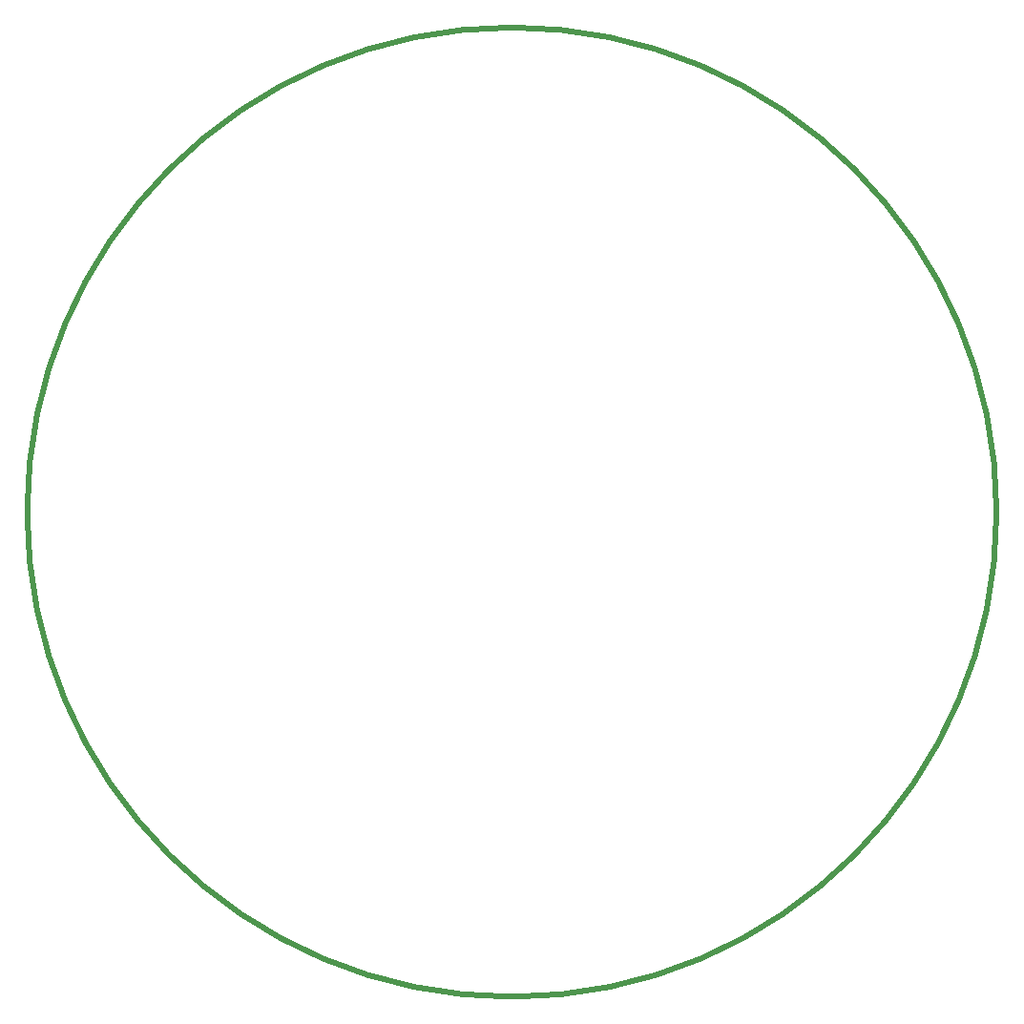
<source format=gko>
G04*
G04 #@! TF.GenerationSoftware,Altium Limited,Altium Designer,21.0.9 (235)*
G04*
G04 Layer_Color=16711935*
%FSTAX24Y24*%
%MOIN*%
G70*
G04*
G04 #@! TF.SameCoordinates,5F115E56-97AE-4741-9C3E-E3F8848F1E5A*
G04*
G04*
G04 #@! TF.FilePolarity,Positive*
G04*
G01*
G75*
%ADD10C,0.0197*%
D10*
X055829Y03D02*
G03*
X055829Y03I-016929J0D01*
G01*
M02*

</source>
